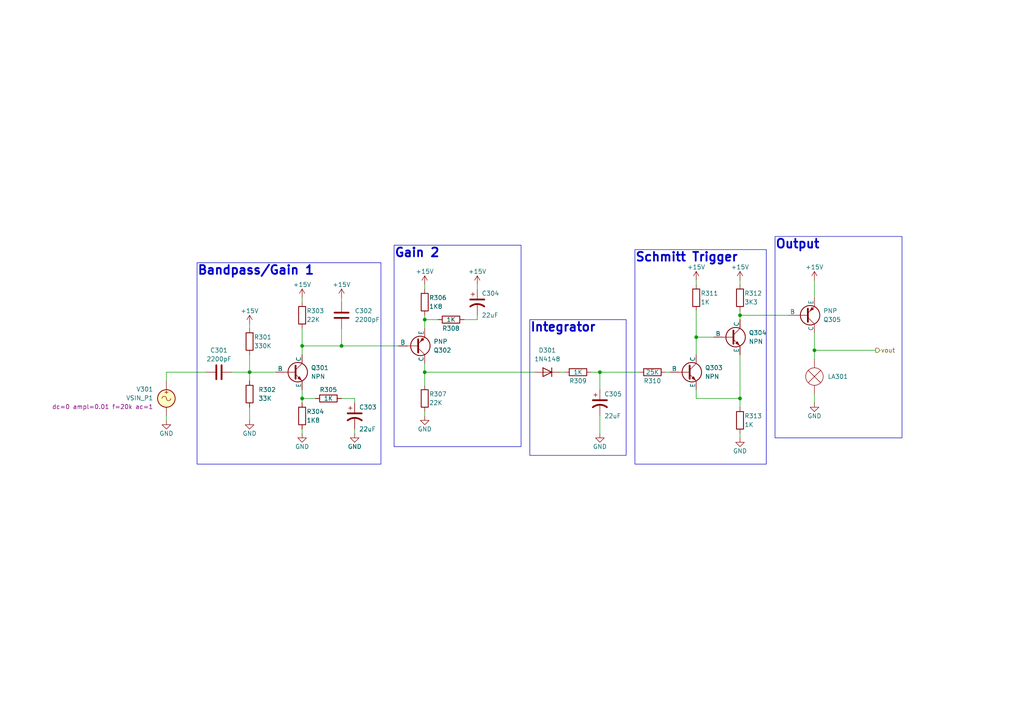
<source format=kicad_sch>
(kicad_sch (version 20230121) (generator eeschema)
  (paper "A4")
  (title_block (date "2024-02-17") (company "Jim Horwitz & Mark Vaughn, Jork Incorporated"))
  (lib_symbols
    (symbol "Device:C" (pin_numbers hide) (pin_names (offset 0.254))
      (property "Reference" "C" (at 0.635 2.54 0))
      (property "Value" "C" (at 0.635 -2.54 0))
      (symbol "C_0_1"
        (polyline (pts (xy -2.032 -0.762) (xy 2.032 -0.762)) (stroke (width 0.508)))
        (polyline (pts (xy -2.032 0.762) (xy 2.032 0.762)) (stroke (width 0.508)))
      )
      (symbol "C_1_1"
        (pin passive line (at 0 3.81 270) (length 2.794) (name "~") (number "1"))
        (pin passive line (at 0 -3.81 90) (length 2.794) (name "~") (number "2"))
      )
    )
    (symbol "Device:C_Polarized_US" (pin_numbers hide) (pin_names (offset 0.254) hide)
      (property "Reference" "C" (at 0.635 2.54 0))
      (property "Value" "C_Polarized_US" (at 0.635 -2.54 0))
      (symbol "C_Polarized_US_0_1"
        (polyline (pts (xy -2.032 0.762) (xy 2.032 0.762)) (stroke (width 0.508)))
        (polyline (pts (xy -1.778 2.286) (xy -0.762 2.286)))
        (polyline (pts (xy -1.27 1.778) (xy -1.27 2.794)))
        (arc (start 2.032 -1.27) (mid 0 -0.5572) (end -2.032 -1.27) (stroke (width 0.508)))
      )
      (symbol "C_Polarized_US_1_1"
        (pin passive line (at 0 3.81 270) (length 2.794) (name "~") (number "1"))
        (pin passive line (at 0 -3.81 90) (length 3.302) (name "~") (number "2"))
      )
    )
    (symbol "Device:Lamp" (pin_numbers hide) (pin_names (offset 0.0254) hide)
      (property "Reference" "LA" (at 0.635 3.81 0))
      (property "Value" "Lamp" (at 0.635 -3.81 0))
      (symbol "Lamp_0_1"
        (polyline (pts (xy -1.778 1.778) (xy 1.778 -1.778)))
        (polyline (pts (xy 1.778 1.778) (xy -1.778 -1.778)))
        (circle (center 0 0) (radius 2.54))
      )
      (symbol "Lamp_1_1"
        (pin passive line (at 0 -5.08 90) (length 2.54) (name "-") (number "1"))
        (pin passive line (at 0 5.08 270) (length 2.54) (name "+") (number "2"))
      )
    )
    (symbol "Device:R" (pin_numbers hide) (pin_names (offset 0))
      (property "Reference" "R" (at 2.032 0 90))
      (property "Value" "R" (at 0 0 90))
      (symbol "R_0_1"
        (rectangle (start -1.016 -2.54) (end 1.016 2.54) (stroke (width 0.254)))
      )
      (symbol "R_1_1"
        (pin passive line (at 0 3.81 270) (length 1.27) (name "~") (number "1"))
        (pin passive line (at 0 -3.81 90) (length 1.27) (name "~") (number "2"))
      )
    )
    (symbol "Diode:1N4148" (pin_numbers hide) (pin_names hide)
      (property "Reference" "D" (at 0 2.54 0))
      (property "Value" "1N4148" (at 0 -2.54 0))
      (symbol "1N4148_0_1"
        (polyline (pts (xy -1.27 1.27) (xy -1.27 -1.27)) (stroke (width 0.254)))
        (polyline (pts (xy 1.27 0) (xy -1.27 0)))
        (polyline (pts (xy 1.27 1.27) (xy 1.27 -1.27) (xy -1.27 0) (xy 1.27 1.27)) (stroke (width 0.254)))
      )
      (symbol "1N4148_1_1"
        (pin passive line (at -3.81 0 0) (length 2.54) (name "K") (number "1"))
        (pin passive line (at 3.81 0 180) (length 2.54) (name "A") (number "2"))
      )
    )
    (symbol "Simulation_SPICE:NPN" (pin_numbers hide) (pin_names (offset 0))
      (property "Reference" "Q" (at -2.54 7.62 0))
      (property "Value" "NPN" (at -2.54 5.08 0))
      (symbol "NPN_0_1"
        (polyline (pts (xy -2.54 0) (xy 0.635 0)) (stroke (width 0.1524)))
        (polyline (pts (xy 0.635 0.635) (xy 2.54 2.54)))
        (polyline (pts (xy 2.794 -1.27) (xy 2.794 -1.27)) (stroke (width 0.1524)))
        (polyline (pts (xy 2.794 -1.27) (xy 2.794 -1.27)) (stroke (width 0.1524)))
        (polyline (pts (xy 0.635 -0.635) (xy 2.54 -2.54) (xy 2.54 -2.54)))
        (polyline (pts (xy 0.635 1.905) (xy 0.635 -1.905) (xy 0.635 -1.905)) (stroke (width 0.508)))
        (polyline (pts (xy 1.27 -1.778) (xy 1.778 -1.27) (xy 2.286 -2.286) (xy 1.27 -1.778) (xy 1.27 -1.778)) (fill (type outline)))
        (circle (center 1.27 0) (radius 2.8194) (stroke (width 0.254)))
      )
      (symbol "NPN_1_1"
        (pin open_collector line (at 2.54 5.08 270) (length 2.54) (name "C") (number "1"))
        (pin input line (at -5.08 0 0) (length 2.54) (name "B") (number "2"))
        (pin open_emitter line (at 2.54 -5.08 90) (length 2.54) (name "E") (number "3"))
      )
    )
    (symbol "Simulation_SPICE:PNP" (pin_numbers hide) (pin_names (offset 0))
      (property "Reference" "Q" (at -2.54 7.62 0))
      (property "Value" "PNP" (at -2.54 5.08 0))
      (symbol "PNP_0_1"
        (polyline (pts (xy -2.54 0) (xy 0.635 0)) (stroke (width 0.1524)))
        (polyline (pts (xy 0.635 0.635) (xy 2.54 2.54)))
        (polyline (pts (xy 0.635 -0.635) (xy 2.54 -2.54) (xy 2.54 -2.54)))
        (polyline (pts (xy 0.635 1.905) (xy 0.635 -1.905) (xy 0.635 -1.905)) (stroke (width 0.508)))
        (polyline (pts (xy 2.286 -1.778) (xy 1.778 -2.286) (xy 1.27 -1.27) (xy 2.286 -1.778) (xy 2.286 -1.778)) (fill (type outline)))
        (circle (center 1.27 0) (radius 2.8194) (stroke (width 0.254)))
      )
      (symbol "PNP_1_1"
        (pin open_collector line (at 2.54 5.08 270) (length 2.54) (name "C") (number "1"))
        (pin input line (at -5.08 0 0) (length 2.54) (name "B") (number "2"))
        (pin open_emitter line (at 2.54 -5.08 90) (length 2.54) (name "E") (number "3"))
      )
    )
    (symbol "Simulation_SPICE:VSIN" (pin_numbers hide) (pin_names (offset 0.0254))
      (property "Reference" "V" (at 2.54 2.54 0))
      (property "Value" "VSIN" (at 2.54 0 0))
      (property "Sim.Params" "dc=0 ampl=1 f=1k ac=1" (at 2.54 -2.54 0))
      (symbol "VSIN_0_0"
        (arc (start 0 0) (mid -0.635 0.6323) (end -1.27 0))
        (arc (start 0 0) (mid 0.635 -0.6323) (end 1.27 0))
        (text "+" (at 0 1.905 0) (effects (font (size 1.27 1.27))))
      )
      (symbol "VSIN_0_1"
        (circle (center 0 0) (radius 2.54) (stroke (width 0.254)) (fill (type background)))
      )
      (symbol "VSIN_1_1"
        (pin passive line (at 0 5.08 270) (length 2.54) (name "~") (number "1"))
        (pin passive line (at 0 -5.08 90) (length 2.54) (name "~") (number "2"))
      )
    )
    (symbol "power:+15V" (power) (pin_names (offset 0))
      (property "Value" "+15V" (at 0 3.556 0))
      (symbol "+15V_0_1"
        (polyline (pts (xy -0.762 1.27) (xy 0 2.54)))
        (polyline (pts (xy 0 0) (xy 0 2.54)))
        (polyline (pts (xy 0 2.54) (xy 0.762 1.27)))
      )
      (symbol "+15V_1_1"
        (pin power_in line (at 0 0 90) (length 0) hide (name "+15V") (number "1"))
      )
    )
    (symbol "power:GND" (power) (pin_names (offset 0))
      (property "Value" "GND" (at 0 -3.81 0))
      (symbol "GND_0_1"
        (polyline (pts (xy 0 0) (xy 0 -1.27) (xy 1.27 -1.27) (xy 0 -2.54) (xy -1.27 -1.27) (xy 0 -1.27)))
      )
      (symbol "GND_1_1"
        (pin power_in line (at 0 0 270) (length 0) hide (name "GND") (number "1"))
      )
    )
  )
  (junction (at 214.63 115.57))
  (junction (at 99.06 100.33))
  (junction (at 87.63 100.33))
  (junction (at 214.63 91.44))
  (junction (at 123.19 92.71))
  (junction (at 72.39 107.95))
  (junction (at 201.93 97.79))
  (junction (at 173.99 107.95))
  (junction (at 123.19 107.95))
  (junction (at 87.63 115.57))
  (junction (at 236.22 101.6))
  (wire (pts (xy 123.19 107.95) (xy 123.19 111.76)))
  (wire (pts (xy 72.39 118.11) (xy 72.39 121.92)))
  (wire (pts (xy 236.22 101.6) (xy 236.22 104.14)))
  (wire (pts (xy 87.63 100.33) (xy 87.63 102.87)))
  (wire (pts (xy 123.19 92.71) (xy 123.19 95.25)))
  (wire (pts (xy 123.19 91.44) (xy 123.19 92.71)))
  (wire (pts (xy 48.26 107.95) (xy 59.69 107.95)))
  (wire (pts (xy 99.06 95.25) (xy 99.06 100.33)))
  (wire (pts (xy 72.39 107.95) (xy 80.01 107.95)))
  (wire (pts (xy 214.63 90.17) (xy 214.63 91.44)))
  (wire (pts (xy 193.04 107.95) (xy 194.31 107.95)))
  (wire (pts (xy 138.43 92.71) (xy 138.43 91.44)))
  (wire (pts (xy 67.31 107.95) (xy 72.39 107.95)))
  (wire (pts (xy 201.93 115.57) (xy 214.63 115.57)))
  (wire (pts (xy 72.39 93.98) (xy 72.39 95.25)))
  (wire (pts (xy 173.99 120.65) (xy 173.99 125.73)))
  (wire (pts (xy 123.19 82.55) (xy 123.19 83.82)))
  (wire (pts (xy 201.93 113.03) (xy 201.93 115.57)))
  (wire (pts (xy 99.06 115.57) (xy 102.87 115.57)))
  (wire (pts (xy 214.63 91.44) (xy 228.6 91.44)))
  (wire (pts (xy 173.99 113.03) (xy 173.99 107.95)))
  (wire (pts (xy 236.22 101.6) (xy 254 101.6)))
  (wire (pts (xy 236.22 96.52) (xy 236.22 101.6)))
  (wire (pts (xy 123.19 105.41) (xy 123.19 107.95)))
  (wire (pts (xy 123.19 119.38) (xy 123.19 120.65)))
  (wire (pts (xy 201.93 97.79) (xy 201.93 102.87)))
  (wire (pts (xy 127 92.71) (xy 123.19 92.71)))
  (wire (pts (xy 162.56 107.95) (xy 163.83 107.95)))
  (wire (pts (xy 201.93 81.28) (xy 201.93 82.55)))
  (wire (pts (xy 87.63 95.25) (xy 87.63 100.33)))
  (wire (pts (xy 214.63 91.44) (xy 214.63 92.71)))
  (wire (pts (xy 87.63 115.57) (xy 91.44 115.57)))
  (wire (pts (xy 87.63 86.36) (xy 87.63 87.63)))
  (wire (pts (xy 214.63 125.73) (xy 214.63 127)))
  (wire (pts (xy 207.01 97.79) (xy 201.93 97.79)))
  (wire (pts (xy 87.63 100.33) (xy 99.06 100.33)))
  (wire (pts (xy 48.26 110.49) (xy 48.26 107.95)))
  (wire (pts (xy 48.26 120.65) (xy 48.26 121.92)))
  (wire (pts (xy 99.06 86.36) (xy 99.06 87.63)))
  (wire (pts (xy 214.63 81.28) (xy 214.63 82.55)))
  (wire (pts (xy 87.63 124.46) (xy 87.63 125.73)))
  (wire (pts (xy 72.39 107.95) (xy 72.39 110.49)))
  (wire (pts (xy 171.45 107.95) (xy 173.99 107.95)))
  (wire (pts (xy 134.62 92.71) (xy 138.43 92.71)))
  (wire (pts (xy 214.63 102.87) (xy 214.63 115.57)))
  (wire (pts (xy 201.93 90.17) (xy 201.93 97.79)))
  (wire (pts (xy 214.63 115.57) (xy 214.63 118.11)))
  (wire (pts (xy 102.87 115.57) (xy 102.87 116.84)))
  (wire (pts (xy 72.39 102.87) (xy 72.39 107.95)))
  (wire (pts (xy 173.99 107.95) (xy 185.42 107.95)))
  (wire (pts (xy 102.87 124.46) (xy 102.87 125.73)))
  (wire (pts (xy 138.43 83.82) (xy 138.43 82.55)))
  (wire (pts (xy 236.22 81.28) (xy 236.22 86.36)))
  (wire (pts (xy 99.06 100.33) (xy 115.57 100.33)))
  (wire (pts (xy 123.19 107.95) (xy 154.94 107.95)))
  (wire (pts (xy 87.63 115.57) (xy 87.63 116.84)))
  (wire (pts (xy 236.22 114.3) (xy 236.22 116.84)))
  (wire (pts (xy 87.63 113.03) (xy 87.63 115.57)))
  (rectangle (start 57.15 76.2) (end 110.49 134.62))
  (rectangle (start 224.79 68.58) (end 261.62 127))
  (rectangle (start 114.3 71.12) (end 151.13 129.54))
  (rectangle (start 153.67 92.71) (end 181.61 132.08))
  (rectangle (start 184.15 72.39) (end 222.25 134.62))
  (text "Integrator" (at 153.67 96.52 0) (effects (font (size 2.54 2.54) (thickness 0.508) bold) (justify left bottom)))
  (text "Gain 2" (at 114.3 74.93 0) (effects (font (size 2.54 2.54) (thickness 0.508) bold) (justify left bottom)))
  (text "Schmitt Trigger" (at 184.15 76.2 0) (effects (font (size 2.54 2.54) (thickness 0.508) bold) (justify left bottom)))
  (text "Bandpass/Gain 1" (at 57.15 80.01 0) (effects (font (size 2.54 2.54) (thickness 0.508) bold) (justify left bottom)))
  (text "Output" (at 224.79 72.39 0) (effects (font (size 2.54 2.54) (thickness 0.508) bold) (justify left bottom)))
  (hierarchical_label "vout" (shape output) (at 254 101.6 0))
  (symbol (lib_id "power:+15V") (at 201.93 81.28 0) (unit 1)
    (property "Reference" "#PWR0312" (effects hide))
    (property "Value" "+15V" (at 201.93 77.47 0))
  )
  (symbol (lib_id "Simulation_SPICE:VSIN") (at 48.26 115.57 0) (unit 1)
    (property "Reference" "V301" (at 44.45 112.9002 0) (effects (justify right)))
    (property "Value" "VSIN_P1" (at 44.45 115.4402 0) (effects (justify right)))
    (property "Sim.Pins" "1=+ 2=-" (effects hide))
    (property "Sim.Params" "dc=0 ampl=0.01 f=20k ac=1" (at 44.45 117.9802 0) (effects (justify right)))
    (property "Sim.Type" "SIN" (effects hide))
    (property "Sim.Device" "V" (effects hide))
  )
  (symbol (lib_id "power:GND") (at 173.99 125.73 0) (unit 1)
    (property "Reference" "#PWR0311" (effects hide))
    (property "Value" "GND" (at 173.99 129.54 0))
  )
  (symbol (lib_id "power:GND") (at 48.26 121.92 0) (unit 1)
    (property "Reference" "#PWR0301" (effects hide))
    (property "Value" "GND" (at 48.26 125.73 0))
  )
  (symbol (lib_id "power:+15V") (at 236.22 81.28 0) (unit 1)
    (property "Reference" "#PWR0315" (effects hide))
    (property "Value" "+15V" (at 236.22 77.47 0))
  )
  (symbol (lib_id "Device:R") (at 167.64 107.95 90) (mirror x) (unit 1)
    (property "Reference" "R309" (at 167.64 110.49 90))
    (property "Value" "1K" (at 167.64 107.95 90))
    (property "Sim.Device" "R" (effects hide))
    (property "Sim.Pins" "1=+ 2=-" (effects hide))
  )
  (symbol (lib_id "power:GND") (at 214.63 127 0) (unit 1)
    (property "Reference" "#PWR0314" (effects hide))
    (property "Value" "GND" (at 214.63 130.81 0))
  )
  (symbol (lib_id "Device:R") (at 87.63 120.65 0) (unit 1)
    (property "Reference" "R304" (at 88.9 119.38 0) (effects (justify left)))
    (property "Value" "1K8" (at 88.9 121.92 0) (effects (justify left)))
    (property "Sim.Device" "R" (effects hide))
    (property "Sim.Pins" "1=+ 2=-" (effects hide))
  )
  (symbol (lib_id "Device:R") (at 189.23 107.95 90) (mirror x) (unit 1)
    (property "Reference" "R310" (at 189.23 110.49 90))
    (property "Value" "25K" (at 189.23 107.95 90))
    (property "Sim.Device" "R" (effects hide))
    (property "Sim.Pins" "1=+ 2=-" (effects hide))
  )
  (symbol (lib_id "Device:C") (at 63.5 107.95 90) (unit 1)
    (property "Reference" "C301" (at 63.5 101.6 90))
    (property "Value" "2200pF" (at 63.5 104.14 90))
  )
  (symbol (lib_id "power:+15V") (at 99.06 86.36 0) (unit 1)
    (property "Reference" "#PWR0306" (effects hide))
    (property "Value" "+15V" (at 99.06 82.55 0))
  )
  (symbol (lib_id "Device:R") (at 123.19 87.63 0) (unit 1)
    (property "Reference" "R306" (at 124.46 86.36 0) (effects (justify left)))
    (property "Value" "1K8" (at 124.46 88.9 0) (effects (justify left)))
    (property "Sim.Device" "R" (effects hide))
    (property "Sim.Pins" "1=+ 2=-" (effects hide))
  )
  (symbol (lib_id "Device:R") (at 130.81 92.71 90) (mirror x) (unit 1)
    (property "Reference" "R308" (at 130.81 95.25 90))
    (property "Value" "1K" (at 130.81 92.71 90))
    (property "Sim.Device" "R" (effects hide))
    (property "Sim.Pins" "1=+ 2=-" (effects hide))
  )
  (symbol (lib_id "Device:R") (at 201.93 86.36 0) (unit 1)
    (property "Reference" "R311" (at 203.2 85.09 0) (effects (justify left)))
    (property "Value" "1K" (at 203.2 87.63 0) (effects (justify left)))
    (property "Sim.Device" "R" (effects hide))
    (property "Sim.Pins" "1=+ 2=-" (effects hide))
  )
  (symbol (lib_id "Device:R") (at 87.63 91.44 0) (unit 1)
    (property "Reference" "R303" (at 88.9 90.17 0) (effects (justify left)))
    (property "Value" "22K" (at 88.9 92.71 0) (effects (justify left)))
    (property "Sim.Device" "R" (effects hide))
    (property "Sim.Pins" "1=+ 2=-" (effects hide))
  )
  (symbol (lib_id "power:+15V") (at 214.63 81.28 0) (unit 1)
    (property "Reference" "#PWR0313" (effects hide))
    (property "Value" "+15V" (at 214.63 77.47 0))
  )
  (symbol (lib_id "Device:R") (at 214.63 86.36 0) (unit 1)
    (property "Reference" "R312" (at 215.9 85.09 0) (effects (justify left)))
    (property "Value" "3K3" (at 215.9 87.63 0) (effects (justify left)))
    (property "Sim.Device" "R" (effects hide))
    (property "Sim.Pins" "1=+ 2=-" (effects hide))
  )
  (symbol (lib_id "Simulation_SPICE:PNP") (at 120.65 100.33 0) (mirror x) (unit 1)
    (property "Reference" "Q302" (at 125.73 101.6 0) (effects (justify left)))
    (property "Value" "PNP" (at 125.73 99.06 0) (effects (justify left)))
    (property "Sim.Device" "PNP" (effects hide))
    (property "Sim.Type" "GUMMELPOON" (effects hide))
    (property "Sim.Pins" "1=C 2=B 3=E" (effects hide))
  )
  (symbol (lib_id "power:+15V") (at 123.19 82.55 0) (unit 1)
    (property "Reference" "#PWR0308" (effects hide))
    (property "Value" "+15V" (at 123.19 78.74 0))
  )
  (symbol (lib_id "power:+15V") (at 72.39 93.98 0) (unit 1)
    (property "Reference" "#PWR0302" (effects hide))
    (property "Value" "+15V" (at 72.39 90.17 0))
  )
  (symbol (lib_id "Device:R") (at 123.19 115.57 0) (unit 1)
    (property "Reference" "R307" (at 124.46 114.3 0) (effects (justify left)))
    (property "Value" "22K" (at 124.46 116.84 0) (effects (justify left)))
    (property "Sim.Device" "R" (effects hide))
    (property "Sim.Pins" "1=+ 2=-" (effects hide))
  )
  (symbol (lib_id "Device:R") (at 95.25 115.57 90) (unit 1)
    (property "Reference" "R305" (at 95.25 113.03 90))
    (property "Value" "1K" (at 95.25 115.57 90))
    (property "Sim.Device" "R" (effects hide))
    (property "Sim.Pins" "1=+ 2=-" (effects hide))
  )
  (symbol (lib_id "Device:Lamp") (at 236.22 109.22 0) (unit 1)
    (property "Reference" "LA301" (at 240.03 109.22 0) (effects (justify left)))
    (property "Value" "${SIM.PARAMS}" (effects hide))
    (property "Sim.Device" "D" (effects hide))
    (property "Sim.Params" "vj=10" (effects hide))
    (property "Sim.Pins" "1=A 2=K" (effects hide))
  )
  (symbol (lib_id "Device:C") (at 99.06 91.44 0) (unit 1)
    (property "Reference" "C302" (at 102.87 90.17 0) (effects (justify left)))
    (property "Value" "2200pF" (at 102.87 92.71 0) (effects (justify left)))
  )
  (symbol (lib_id "power:GND") (at 102.87 125.73 0) (unit 1)
    (property "Reference" "#PWR0307" (effects hide))
    (property "Value" "GND" (at 102.87 129.54 0))
  )
  (symbol (lib_id "Device:C_Polarized_US") (at 173.99 116.84 0) (unit 1)
    (property "Reference" "C305" (at 175.26 114.3 0) (effects (justify left)))
    (property "Value" "22uF" (at 175.26 120.65 0) (effects (justify left)))
  )
  (symbol (lib_id "Simulation_SPICE:NPN") (at 199.39 107.95 0) (unit 1)
    (property "Reference" "Q303" (at 204.47 106.68 0) (effects (justify left)))
    (property "Value" "NPN" (at 204.47 109.22 0) (effects (justify left)))
    (property "Sim.Device" "NPN" (effects hide))
    (property "Sim.Type" "GUMMELPOON" (effects hide))
    (property "Sim.Pins" "1=C 2=B 3=E" (effects hide))
  )
  (symbol (lib_id "Device:C_Polarized_US") (at 138.43 87.63 0) (unit 1)
    (property "Reference" "C304" (at 139.7 85.09 0) (effects (justify left)))
    (property "Value" "22uF" (at 139.7 91.44 0) (effects (justify left)))
  )
  (symbol (lib_id "power:GND") (at 72.39 121.92 0) (unit 1)
    (property "Reference" "#PWR0303" (effects hide))
    (property "Value" "GND" (at 72.39 125.73 0))
  )
  (symbol (lib_id "Device:R") (at 72.39 114.3 0) (unit 1)
    (property "Reference" "R302" (at 74.93 113.03 0) (effects (justify left)))
    (property "Value" "33K" (at 74.93 115.57 0) (effects (justify left)))
  )
  (symbol (lib_id "Simulation_SPICE:NPN") (at 85.09 107.95 0) (unit 1)
    (property "Reference" "Q301" (at 90.17 106.68 0) (effects (justify left)))
    (property "Value" "NPN" (at 90.17 109.22 0) (effects (justify left)))
    (property "Sim.Device" "NPN" (effects hide))
    (property "Sim.Type" "GUMMELPOON" (effects hide))
    (property "Sim.Pins" "1=C 2=B 3=E" (effects hide))
  )
  (symbol (lib_id "Diode:1N4148") (at 158.75 107.95 0) (mirror y) (unit 1)
    (property "Reference" "D301" (at 158.75 101.6 0))
    (property "Value" "1N4148" (at 158.75 104.14 0))
    (property "Footprint" "Diode_THT:D_DO-35_SOD27_P7.62mm_Horizontal" (effects hide))
    (property "Datasheet" "https://assets.nexperia.com/documents/data-sheet/1N4148_1N4448.pdf" (effects hide))
    (property "Sim.Device" "D" (effects hide))
    (property "Sim.Pins" "1=K 2=A" (effects hide))
  )
  (symbol (lib_id "Device:C_Polarized_US") (at 102.87 120.65 0) (unit 1)
    (property "Reference" "C303" (at 104.14 118.11 0) (effects (justify left)))
    (property "Value" "22uF" (at 104.14 124.46 0) (effects (justify left)))
  )
  (symbol (lib_id "Device:R") (at 72.39 99.06 0) (unit 1)
    (property "Reference" "R301" (at 73.66 97.79 0) (effects (justify left)))
    (property "Value" "330K" (at 73.66 100.33 0) (effects (justify left)))
  )
  (symbol (lib_id "Simulation_SPICE:PNP") (at 233.68 91.44 0) (mirror x) (unit 1)
    (property "Reference" "Q305" (at 238.76 92.71 0) (effects (justify left)))
    (property "Value" "PNP" (at 238.76 90.17 0) (effects (justify left)))
    (property "Sim.Device" "PNP" (effects hide))
    (property "Sim.Type" "GUMMELPOON" (effects hide))
    (property "Sim.Pins" "1=C 2=B 3=E" (effects hide))
  )
  (symbol (lib_id "Simulation_SPICE:NPN") (at 212.09 97.79 0) (unit 1)
    (property "Reference" "Q304" (at 217.17 96.52 0) (effects (justify left)))
    (property "Value" "NPN" (at 217.17 99.06 0) (effects (justify left)))
    (property "Sim.Device" "NPN" (effects hide))
    (property "Sim.Type" "GUMMELPOON" (effects hide))
    (property "Sim.Pins" "1=C 2=B 3=E" (effects hide))
  )
  (symbol (lib_id "power:GND") (at 236.22 116.84 0) (unit 1)
    (property "Reference" "#PWR0316" (effects hide))
    (property "Value" "GND" (at 236.22 120.65 0))
  )
  (symbol (lib_id "power:GND") (at 87.63 125.73 0) (unit 1)
    (property "Reference" "#PWR0305" (effects hide))
    (property "Value" "GND" (at 87.63 129.54 0))
  )
  (symbol (lib_id "power:GND") (at 123.19 120.65 0) (unit 1)
    (property "Reference" "#PWR0309" (effects hide))
    (property "Value" "GND" (at 123.19 124.46 0))
  )
  (symbol (lib_id "power:+15V") (at 87.63 86.36 0) (unit 1)
    (property "Reference" "#PWR0304" (effects hide))
    (property "Value" "+15V" (at 87.63 82.55 0))
  )
  (symbol (lib_id "Device:R") (at 214.63 121.92 0) (unit 1)
    (property "Reference" "R313" (at 215.9 120.65 0) (effects (justify left)))
    (property "Value" "1K" (at 215.9 123.19 0) (effects (justify left)))
    (property "Sim.Device" "R" (effects hide))
    (property "Sim.Pins" "1=+ 2=-" (effects hide))
  )
  (symbol (lib_id "power:+15V") (at 138.43 82.55 0) (unit 1)
    (property "Reference" "#PWR0310" (effects hide))
    (property "Value" "+15V" (at 138.43 78.74 0))
  )
)
</source>
